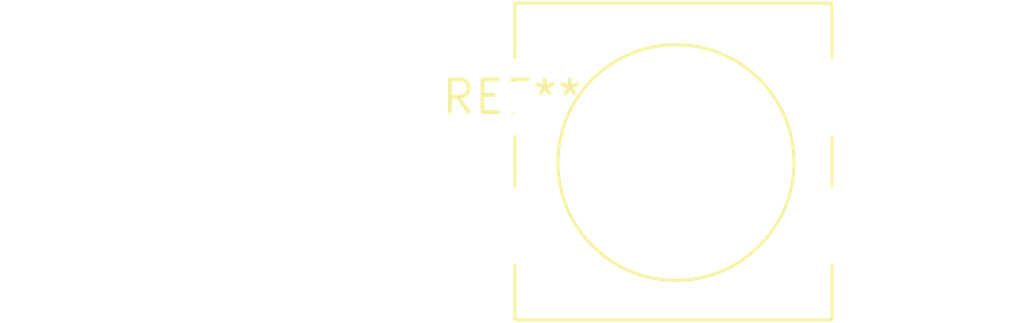
<source format=kicad_pcb>
(kicad_pcb (version 20240108) (generator pcbnew)
  (layers (0 "F.Cu" signal) (31 "B.Cu" signal) (34 "B.Paste" user) (35 "F.Paste" user) (36 "B.SilkS" user "B.Silkscreen") (37 "F.SilkS" user "F.Silkscreen") (38 "B.Mask" user) (39 "F.Mask" user) (44 "Edge.Cuts" user))
  (net 0 "")
  (footprint "SW_PUSH-12mm_Wuerth-430476085716" (layer "F.Cu") (at 0 0)
    (property "Reference" "REF**")
    (property "Value" "SW_PUSH-12mm_Wuerth-430476085716")
    (fp_line (start 0.1 -3.65) (end 12.4 -3.65) (layer "F.SilkS") (stroke (width 0.12)))
    (fp_line (start 0.1 -1.53) (end 0.1 -3.65) (layer "F.SilkS") (stroke (width 0.12)))
    (fp_line (start 0.1 3.47) (end 0.1 1.53) (layer "F.SilkS") (stroke (width 0.12)))
    (fp_line (start 0.1 8.65) (end 0.1 6.53) (layer "F.SilkS") (stroke (width 0.12)))
    (fp_line (start 12.4 -3.65) (end 12.4 -1.53) (layer "F.SilkS") (stroke (width 0.12)))
    (fp_line (start 12.4 1.53) (end 12.4 3.47) (layer "F.SilkS") (stroke (width 0.12)))
    (fp_line (start 12.4 6.53) (end 12.4 8.65) (layer "F.SilkS") (stroke (width 0.12)))
    (fp_line (start 12.4 8.65) (end 0.1 8.65) (layer "F.SilkS") (stroke (width 0.12)))
    (fp_circle (center 6.35 2.54) (end 10.92905 2.54) (layer "F.SilkS") (stroke (width 0.12)) (fill none))
    (pad "1" thru_hole oval (at 0 0) (size 3 2.5) (drill 1.2) (layers *.Cu *.Mask) (remove_unused_layers))
    (pad "1" thru_hole oval (at 12.5 0) (size 3 2.5) (drill 1.2) (layers *.Cu *.Mask) (remove_unused_layers))
    (pad "2" thru_hole oval (at 0 5) (size 3 2.5) (drill 1.2) (layers *.Cu *.Mask) (remove_unused_layers))
    (pad "2" thru_hole oval (at 12.5 5) (size 3 2.5) (drill 1.2) (layers *.Cu *.Mask) (remove_unused_layers))
  )
)
</source>
